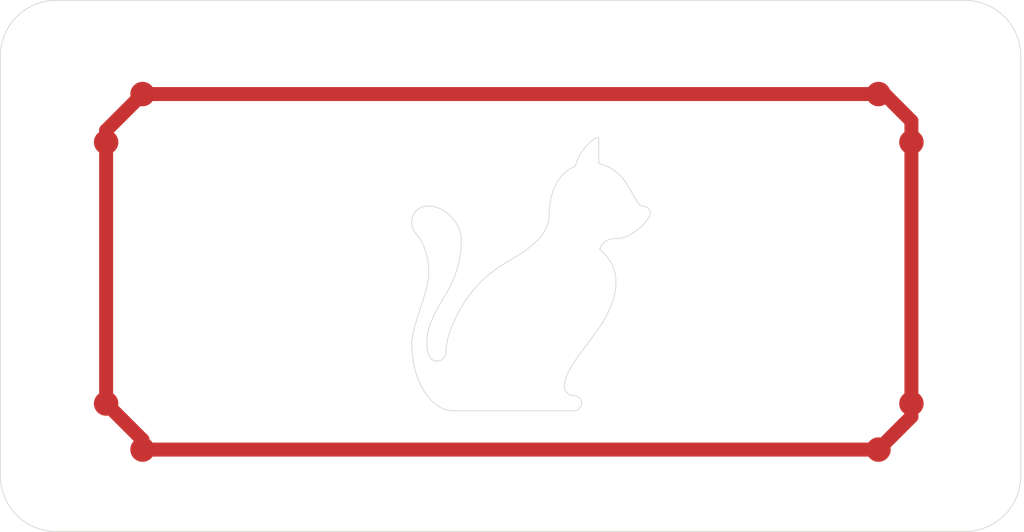
<source format=kicad_pcb>
(kicad_pcb (version 20211014) (generator pcbnew)
  (layers (0 "F.Cu" signal) (31 "B.Cu" signal) (34 "B.Paste" user) (35 "F.Paste" user) (36 "B.SilkS" user "B.Silkscreen") (37 "F.SilkS" user "F.Silkscreen") (38 "B.Mask" user) (39 "F.Mask" user) (44 "Edge.Cuts" user))
  (net 0 "")
  (net 1 "GND")
  (footprint "footprint:RoundSolderPad" (layer "F.Cu") (at 214.49 116.87)
    (fp_text reference "P3" hide)
    (fp_text value "RoundConnectorPad")
    (pad "1" smd circle (at -7.602954 -1.121446) (size 3.5 3.5) (layers "F.Cu" "F.Mask") (net 1 "GND"))
  )
  (footprint "footprint:RoundSolderPad" (layer "F.Cu") (at 93.6354 126.86)
    (fp_text reference "P4" hide)
    (fp_text value "RoundConnectorPad")
    (pad "1" smd circle (at 3.246246 -4.521446) (size 3.5 3.5) (layers "F.Cu" "F.Mask") (net 1 "GND"))
  )
  (footprint "footprint:RoundSolderPad" (layer "F.Cu") (at 88.1554 76.43)
    (fp_text reference "P6" hide)
    (fp_text value "RoundConnectorPad")
    (pad "1" smd circle locked (at 3.516246 1.928554) (size 3.5 3.5) (layers "F.Cu" "F.Mask") (net 1 "GND"))
  )
  (footprint "footprint:RoundSolderPad" (layer "F.Cu") (at 208.07 66.06)
    (fp_text reference "P7" hide)
    (fp_text value "RoundConnectorPad")
    (pad "1" smd circle (at -5.898354 5.408554) (size 3.5 3.5) (layers "F.Cu" "F.Mask") (net 1 "GND"))
  )
  (footprint "footprint:RoundSolderPad" (layer "F.Cu") (at 206.95 127.39)
    (fp_text reference "P5" hide)
    (fp_text value "RoundConnectorPad")
    (pad "1" smd circle (at -4.778354 -5.051446) (size 3.5 3.5) (layers "F.Cu" "F.Mask") (net 1 "GND"))
  )
  (footprint "footprint:RoundSolderPad" (layer "F.Cu") (at 86.6254 119.7)
    (fp_text reference "P8" hide)
    (fp_text value "RoundConnectorPad")
    (pad "1" smd circle (at 5.046246 -3.951446) (size 3.5 3.5) (layers "F.Cu" "F.Mask") (net 1 "GND"))
  )
  (footprint "footprint:RoundSolderPad" (layer "F.Cu") (at 215.31 75.16)
    (fp_text reference "P2" hide)
    (fp_text value "RoundConnectorPad")
    (pad "1" smd circle (at -8.422954 3.198554) (size 3.5 3.5) (layers "F.Cu" "F.Mask") (net 1 "GND"))
  )
  (footprint "footprint:RoundSolderPad" (layer "F.Cu") (at 92.6654 65.38)
    (fp_text reference "P1" hide)
    (fp_text value "RoundConnectorPad")
    (pad "1" smd circle (at 4.216246 6.088554) (size 3.5 3.5) (layers "F.Cu" "F.Mask") (net 1 "GND"))
  )
  (gr_curve locked (pts (xy 169.380528 89.018802) (xy 169.492684 88.816063) (xy 169.53569 88.673759) (xy 169.53569 88.582462)) (layer "Edge.Cuts") (width 0.1))
  (gr_curve locked (pts (xy 137.927452 109.006301) (xy 137.677565 108.57496) (xy 137.562264 107.921309) (xy 137.562264 107.066915)) (layer "Edge.Cuts") (width 0.1))
  (gr_curve locked (pts (xy 138.286641 115.38024) (xy 139.225043 116.320644) (xy 140.259744 116.782415) (xy 141.39446 116.782415)) (layer "Edge.Cuts") (width 0.1))
  (gr_arc locked (start 222.53769 126.062415) (mid 220.194544 131.719269) (end 214.53769 134.062415) (layer "Edge.Cuts") (width 0.1))
  (gr_curve locked (pts (xy 137.848014 97.20854) (xy 137.848014 97.637736) (xy 137.74186 98.267957) (xy 137.536403 99.091631)) (layer "Edge.Cuts") (width 0.1))
  (gr_curve locked (pts (xy 159.697747 115.692993) (xy 159.697747 115.398383) (xy 159.592019 115.145496) (xy 159.374421 114.927469)) (layer "Edge.Cuts") (width 0.1))
  (gr_curve locked (pts (xy 137.536403 99.091631) (xy 137.330236 99.918022) (xy 137.021481 100.948721) (xy 136.611003 102.182875)) (layer "Edge.Cuts") (width 0.1))
  (gr_curve locked (pts (xy 138.070759 104.321572) (xy 138.406943 103.414886) (xy 138.820709 102.553209) (xy 139.312055 101.736676)) (layer "Edge.Cuts") (width 0.1))
  (gr_curve locked (pts (xy 159.374421 116.458518) (xy 159.592019 116.24049) (xy 159.697747 115.987603) (xy 159.697747 115.692993)) (layer "Edge.Cuts") (width 0.1))
  (gr_curve locked (pts (xy 163.187181 92.503523) (xy 163.60052 92.25492) (xy 164.128014 92.136478) (xy 164.759522 92.136478)) (layer "Edge.Cuts") (width 0.1))
  (gr_curve locked (pts (xy 156.01 84.43) (xy 155.38035 85.679242) (xy 155.064453 87.062558) (xy 155.064453 88.582462)) (layer "Edge.Cuts") (width 0.1))
  (gr_curve locked (pts (xy 136.130514 111.758075) (xy 136.624149 113.229542) (xy 137.343809 114.435407) (xy 138.286641 115.38024)) (layer "Edge.Cuts") (width 0.1))
  (gr_line locked (start 76.53769 126.062415) (end 76.53769 66.062415) (layer "Edge.Cuts") (width 0.1))
  (gr_curve locked (pts (xy 158.610895 116.782415) (xy 158.904505 116.782415) (xy 159.156821 116.676545) (xy 159.374421 116.458518)) (layer "Edge.Cuts") (width 0.1))
  (gr_curve locked (pts (xy 166.882358 85.531795) (xy 166.590465 84.997514) (xy 166.253709 84.456331) (xy 165.872089 83.908206)) (layer "Edge.Cuts") (width 0.1))
  (gr_curve locked (pts (xy 141.986819 96.111832) (xy 142.316145 94.905537) (xy 142.481309 93.628235) (xy 142.481309 92.279353)) (layer "Edge.Cuts") (width 0.1))
  (gr_arc locked (start 214.53769 58.062415) (mid 220.194544 60.405561) (end 222.53769 66.062415) (layer "Edge.Cuts") (width 0.1))
  (gr_arc locked (start 158.827637 81.718539) (mid 158.796027 81.781167) (end 158.739392 81.822557) (layer "Edge.Cuts") (width 0.1))
  (gr_curve locked (pts (xy 159.374421 114.927469) (xy 159.156821 114.709441) (xy 158.904505 114.603571) (xy 158.610895 114.603571)) (layer "Edge.Cuts") (width 0.1))
  (gr_curve locked (pts (xy 163.859552 101.889268) (xy 164.365615 100.697547) (xy 164.616647 99.548404) (xy 164.616647 98.440837)) (layer "Edge.Cuts") (width 0.1))
  (gr_curve locked (pts (xy 136.549712 92.134191) (xy 136.568426 92.158909) (xy 136.587288 92.18534) (xy 136.600147 92.209487)) (layer "Edge.Cuts") (width 0.1))
  (gr_curve locked (pts (xy 146.404084 97.31884) (xy 144.652296 98.769164) (xy 143.197115 100.589534) (xy 142.039538 102.782093)) (layer "Edge.Cuts") (width 0.1))
  (gr_curve locked (pts (xy 135.605162 90.850603) (xy 135.752755 91.158784) (xy 135.943636 91.442676) (xy 136.177949 91.70228)) (layer "Edge.Cuts") (width 0.1))
  (gr_curve locked (pts (xy 168.44884 87.49304) (xy 168.302536 87.49304) (xy 168.165662 87.428604) (xy 168.040789 87.325591)) (layer "Edge.Cuts") (width 0.1))
  (gr_curve locked (pts (xy 164.616647 98.440837) (xy 164.616647 96.559745) (xy 163.868554 95.008122) (xy 162.363365 93.776255)) (layer "Edge.Cuts") (width 0.1))
  (gr_curve locked (pts (xy 167.006517 91.370238) (xy 167.804474 90.849887) (xy 168.42598 90.307677) (xy 168.875179 89.744893)) (layer "Edge.Cuts") (width 0.1))
  (gr_curve locked (pts (xy 151.719749 93.800543) (xy 151.345132 94.072576) (xy 150.875787 94.375328) (xy 150.312715 94.708943)) (layer "Edge.Cuts") (width 0.1))
  (gr_curve locked (pts (xy 158.610895 114.603571) (xy 158.218419 114.603571) (xy 157.885949 114.4757) (xy 157.625774 114.215095)) (layer "Edge.Cuts") (width 0.1))
  (gr_curve locked (pts (xy 136.177949 91.70228) (xy 136.300108 91.837584) (xy 136.395976 91.946453) (xy 136.464841 92.02875)) (layer "Edge.Cuts") (width 0.1))
  (gr_curve locked (pts (xy 140.26632 108.673831) (xy 140.2486 108.762984) (xy 140.202739 108.857426) (xy 140.140872 108.954009)) (layer "Edge.Cuts") (width 0.1))
  (gr_curve locked (pts (xy 136.600147 92.209487) (xy 137.434392 93.595945) (xy 137.848014 95.264441) (xy 137.848014 97.20854)) (layer "Edge.Cuts") (width 0.1))
  (gr_line locked (start 222.53769 66.062415) (end 222.53769 126.062415) (layer "Edge.Cuts") (width 0.1))
  (gr_curve locked (pts (xy 135.388565 107.066915) (xy 135.388565 108.721122) (xy 135.636168 110.284602) (xy 136.130514 111.758075)) (layer "Edge.Cuts") (width 0.1))
  (gr_curve locked (pts (xy 142.481309 92.279353) (xy 142.481309 91.09149) (xy 141.98896 89.996638) (xy 140.985835 88.991513)) (layer "Edge.Cuts") (width 0.1))
  (gr_curve locked (pts (xy 136.464841 92.02875) (xy 136.499273 92.069756) (xy 136.527706 92.105045) (xy 136.549712 92.134191)) (layer "Edge.Cuts") (width 0.1))
  (gr_line locked (start 162.287212 93.71396) (end 162.363365 93.776255) (layer "Edge.Cuts") (width 0.1))
  (gr_curve locked (pts (xy 136.611003 102.182875) (xy 136.201668 103.413315) (xy 135.895486 104.436444) (xy 135.691747 105.253116)) (layer "Edge.Cuts") (width 0.1))
  (gr_curve locked (pts (xy 169.212364 87.816937) (xy 168.994765 87.59891) (xy 168.742448 87.49304) (xy 168.44884 87.49304)) (layer "Edge.Cuts") (width 0.1))
  (gr_line locked (start 162.157196 77.830288) (end 162.157196 81.29852) (layer "Edge.Cuts") (width 0.1))
  (gr_curve locked (pts (xy 159.880912 108.077613) (xy 160.597286 107.141782) (xy 161.313663 106.173802) (xy 162.030181 105.173821)) (layer "Edge.Cuts") (width 0.1))
  (gr_arc locked (start 76.53769 66.062415) (mid 78.880836 60.405561) (end 84.53769 58.062415) (layer "Edge.Cuts") (width 0.1))
  (gr_curve locked (pts (xy 165.872089 83.908206) (xy 165.498043 83.371053) (xy 164.997407 82.868348) (xy 164.367045 82.400961)) (layer "Edge.Cuts") (width 0.1))
  (gr_arc locked (start 161.96456 77.686475) (mid 162.096934 77.710093) (end 162.157196 77.830288) (layer "Edge.Cuts") (width 0.1))
  (gr_curve locked (pts (xy 140.985835 88.991513) (xy 139.98271 87.986245) (xy 138.890289 87.49304) (xy 137.705139 87.49304)) (layer "Edge.Cuts") (width 0.1))
  (gr_curve locked (pts (xy 154.570105 90.762306) (xy 154.241065 91.447819) (xy 153.774578 92.059753) (xy 153.172216 92.597678)) (layer "Edge.Cuts") (width 0.1))
  (gr_curve locked (pts (xy 155.064453 88.582462) (xy 155.064453 89.348272) (xy 154.899575 90.075363) (xy 154.570105 90.762306)) (layer "Edge.Cuts") (width 0.1))
  (gr_curve locked (pts (xy 153.172216 92.597678) (xy 152.581429 93.125316) (xy 152.096939 93.526936) (xy 151.719749 93.800543)) (layer "Edge.Cuts") (width 0.1))
  (gr_curve locked (pts (xy 135.691747 105.253116) (xy 135.487293 106.072504) (xy 135.388565 106.67458) (xy 135.388565 107.066915)) (layer "Edge.Cuts") (width 0.1))
  (gr_curve locked (pts (xy 158.025966 110.827098) (xy 158.541886 109.935272) (xy 159.160394 109.018732) (xy 159.880912 108.077613)) (layer "Edge.Cuts") (width 0.1))
  (gr_curve locked (pts (xy 168.875179 89.744893) (xy 169.103207 89.459285) (xy 169.270656 89.217541) (xy 169.380528 89.018802)) (layer "Edge.Cuts") (width 0.1))
  (gr_curve locked (pts (xy 162.318216 93.620519) (xy 162.481666 93.129173) (xy 162.771131 92.753699) (xy 163.187181 92.503523)) (layer "Edge.Cuts") (width 0.1))
  (gr_curve locked (pts (xy 157.238296 113.228399) (xy 157.238296 112.525884) (xy 157.507187 111.723926) (xy 158.025966 110.827098)) (layer "Edge.Cuts") (width 0.1))
  (gr_curve locked (pts (xy 167.675314 86.88825) (xy 167.442285 86.525062) (xy 167.177967 86.072577) (xy 166.882358 85.531795)) (layer "Edge.Cuts") (width 0.1))
  (gr_curve locked (pts (xy 160.332683 78.95273) (xy 159.551581 79.849057) (xy 159.052223 80.771022) (xy 158.827637 81.718539)) (layer "Edge.Cuts") (width 0.1))
  (gr_arc locked (start 162.274085 81.444822) (mid 162.19 81.392154) (end 162.157193 81.29852) (layer "Edge.Cuts") (width 0.1))
  (gr_curve locked (pts (xy 150.070258 94.869819) (xy 148.590502 95.713639) (xy 147.369062 96.530169) (xy 146.404084 97.31884)) (layer "Edge.Cuts") (width 0.1))
  (gr_curve locked (pts (xy 162.030181 105.173821) (xy 162.741127 104.181553) (xy 163.350918 103.086989) (xy 163.859552 101.889268)) (layer "Edge.Cuts") (width 0.1))
  (gr_curve locked (pts (xy 138.934867 109.674384) (xy 138.510668 109.674384) (xy 138.175199 109.433923) (xy 137.927452 109.006301)) (layer "Edge.Cuts") (width 0.1))
  (gr_curve locked (pts (xy 136.05779 88.163552) (xy 135.61145 88.610751) (xy 135.388565 89.158105) (xy 135.388565 89.814759)) (layer "Edge.Cuts") (width 0.1))
  (gr_curve locked (pts (xy 161.96456 77.686475) (xy 161.795338 77.736644) (xy 161.613333 77.824149) (xy 161.417961 77.952876)) (layer "Edge.Cuts") (width 0.1))
  (gr_curve locked (pts (xy 139.312055 101.736676) (xy 139.797973 100.929434) (xy 140.284035 100.090043) (xy 140.770093 99.218505)) (layer "Edge.Cuts") (width 0.1))
  (gr_curve locked (pts (xy 135.388565 89.814759) (xy 135.388565 90.207521) (xy 135.462004 90.551709) (xy 135.605162 90.850603)) (layer "Edge.Cuts") (width 0.1))
  (gr_line locked (start 214.53769 134.062415) (end 84.53769 134.062415) (layer "Edge.Cuts") (width 0.1))
  (gr_curve locked (pts (xy 140.307606 108.299212) (xy 140.307606 108.413371) (xy 140.293322 108.538526) (xy 140.26632 108.673831)) (layer "Edge.Cuts") (width 0.1))
  (gr_curve locked (pts (xy 142.039538 102.782093) (xy 140.878535 104.981225) (xy 140.307606 106.81817) (xy 140.307606 108.299212)) (layer "Edge.Cuts") (width 0.1))
  (gr_curve locked (pts (xy 161.417961 77.952876) (xy 161.086634 78.171147) (xy 160.724731 78.502759) (xy 160.332683 78.95273)) (layer "Edge.Cuts") (width 0.1))
  (gr_curve locked (pts (xy 140.140872 108.954009) (xy 140.077867 109.052162) (xy 139.992713 109.160892) (xy 139.88727 109.279764)) (layer "Edge.Cuts") (width 0.1))
  (gr_curve locked (pts (xy 139.88727 109.279764) (xy 139.650668 109.546368) (xy 139.327198 109.674384) (xy 138.934867 109.674384)) (layer "Edge.Cuts") (width 0.1))
  (gr_curve locked (pts (xy 164.367045 82.400961) (xy 163.744324 81.939215) (xy 163.047238 81.620512) (xy 162.274085 81.444822)) (layer "Edge.Cuts") (width 0.1))
  (gr_curve locked (pts (xy 137.562264 107.066915) (xy 137.562264 106.150373) (xy 137.732285 105.234971) (xy 138.070759 104.321572)) (layer "Edge.Cuts") (width 0.1))
  (gr_curve locked (pts (xy 158.739392 81.822557) (xy 157.545048 82.322169) (xy 156.63563 83.188572) (xy 156.01 84.43)) (layer "Edge.Cuts") (width 0.1))
  (gr_line locked (start 158.610895 116.782415) (end 141.39446 116.782415) (layer "Edge.Cuts") (width 0.1))
  (gr_curve locked (pts (xy 140.770093 99.218505) (xy 141.250011 98.357969) (xy 141.655919 97.322982) (xy 141.986819 96.111832)) (layer "Edge.Cuts") (width 0.1))
  (gr_curve locked (pts (xy 164.759522 92.136478) (xy 165.467753 92.136478) (xy 166.215848 91.885875) (xy 167.006517 91.370238)) (layer "Edge.Cuts") (width 0.1))
  (gr_line locked (start 84.53769 58.062415) (end 214.53769 58.062415) (layer "Edge.Cuts") (width 0.1))
  (gr_arc locked (start 84.53769 134.062415) (mid 78.880836 131.719269) (end 76.53769 126.062415) (layer "Edge.Cuts") (width 0.1))
  (gr_curve locked (pts (xy 157.625774 114.215095) (xy 157.36574 113.954346) (xy 157.238296 113.62145) (xy 157.238296 113.228399)) (layer "Edge.Cuts") (width 0.1))
  (gr_curve locked (pts (xy 137.705139 87.49304) (xy 137.050058 87.49304) (xy 136.503991 87.716354) (xy 136.05779 88.163552)) (layer "Edge.Cuts") (width 0.1))
  (gr_curve locked (pts (xy 150.312715 94.708943) (xy 150.214419 94.782523) (xy 150.132264 94.838244) (xy 150.070258 94.869819)) (layer "Edge.Cuts") (width 0.1))
  (gr_curve locked (pts (xy 169.53569 88.582462) (xy 169.53569 88.287854) (xy 169.429963 88.034965) (xy 169.212364 87.816937)) (layer "Edge.Cuts") (width 0.1))
  (gr_line locked (start 162.318216 93.620519) (end 162.287212 93.71396) (layer "Edge.Cuts") (width 0.1))
  (gr_curve locked (pts (xy 168.040789 87.325591) (xy 167.916202 87.222721) (xy 167.794901 87.074702) (xy 167.675314 86.88825)) (layer "Edge.Cuts") (width 0.1))
  (segment (start 96.881646 122.338554) (end 96.881646 120.958554) (width 2) (layer "F.Cu") (net 1))
  (segment (start 206.887046 78.358554) (end 206.887046 115.748554) (width 2) (layer "F.Cu") (net 1))
  (segment (start 96.881646 71.468554) (end 202.171646 71.468554) (width 2) (layer "F.Cu") (net 1))
  (segment (start 206.887046 75.327046) (end 206.887046 78.358554) (width 2) (layer "F.Cu") (net 1))
  (segment (start 91.671646 76.678554) (end 96.881646 71.468554) (width 2) (layer "F.Cu") (net 1))
  (segment (start 202.171646 71.468554) (end 203.028554 71.468554) (width 2) (layer "F.Cu") (net 1))
  (segment (start 206.887046 117.623154) (end 202.171646 122.338554) (width 2) (layer "F.Cu") (net 1))
  (segment (start 96.881646 120.958554) (end 91.671646 115.748554) (width 2) (layer "F.Cu") (net 1))
  (segment (start 202.171646 122.338554) (end 96.881646 122.338554) (width 2) (layer "F.Cu") (net 1))
  (segment (start 206.887046 115.748554) (end 206.887046 117.623154) (width 2) (layer "F.Cu") (net 1))
  (segment (start 91.671646 78.358554) (end 91.671646 76.678554) (width 2) (layer "F.Cu") (net 1))
  (segment (start 91.671646 115.748554) (end 91.671646 78.358554) (width 2) (layer "F.Cu") (net 1))
  (segment (start 203.028554 71.468554) (end 206.887046 75.327046) (width 2) (layer "F.Cu") (net 1))
)
</source>
